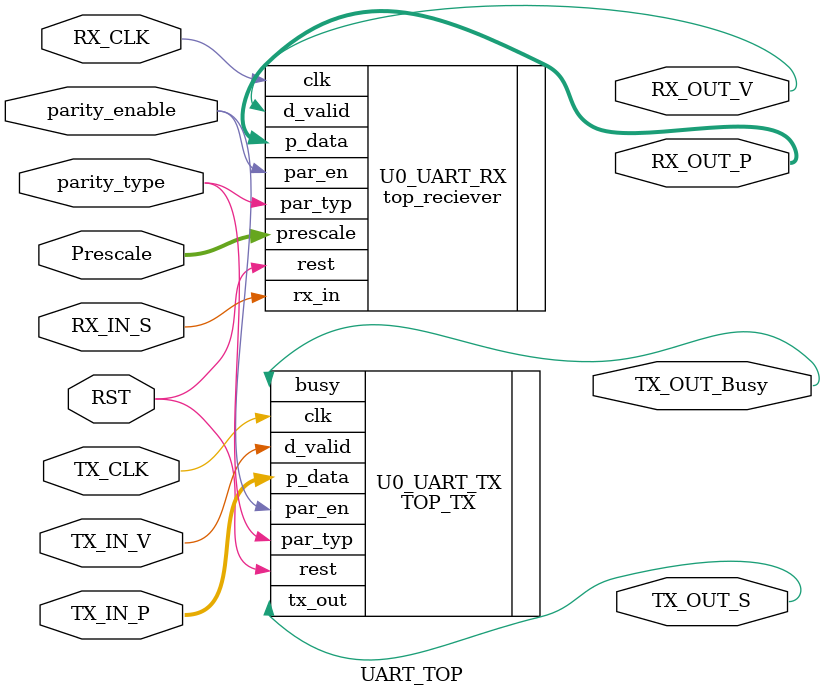
<source format=v>
module UART_TOP 
(
 input   wire                          RST,
 input   wire                          TX_CLK,
 input   wire                          RX_CLK,
 input   wire                          RX_IN_S,
 output  wire   [7:0]                  RX_OUT_P, 
 output  wire                          RX_OUT_V,
 input   wire   [7:0]                  TX_IN_P, 
 input   wire                          TX_IN_V, 
 output  wire                          TX_OUT_S,
 output  wire                          TX_OUT_Busy,  
 input   wire   [4:0]                  Prescale,
 input   wire                          parity_enable,
 input   wire                          parity_type
);


TOP_TX U0_UART_TX (
.clk(TX_CLK),
.rest(RST),
.p_data(TX_IN_P),
.d_valid(TX_IN_V),
.par_en(parity_enable),
.par_typ(parity_type), 
.tx_out(TX_OUT_S),
.busy(TX_OUT_Busy)
);
 
 
top_reciever U0_UART_RX (
.clk(RX_CLK),
.rest(RST),
.rx_in(RX_IN_S),
.prescale(Prescale),
.par_en(parity_enable),
.par_typ(parity_type),
.p_data(RX_OUT_P), 
.d_valid(RX_OUT_V)
);
endmodule
</source>
